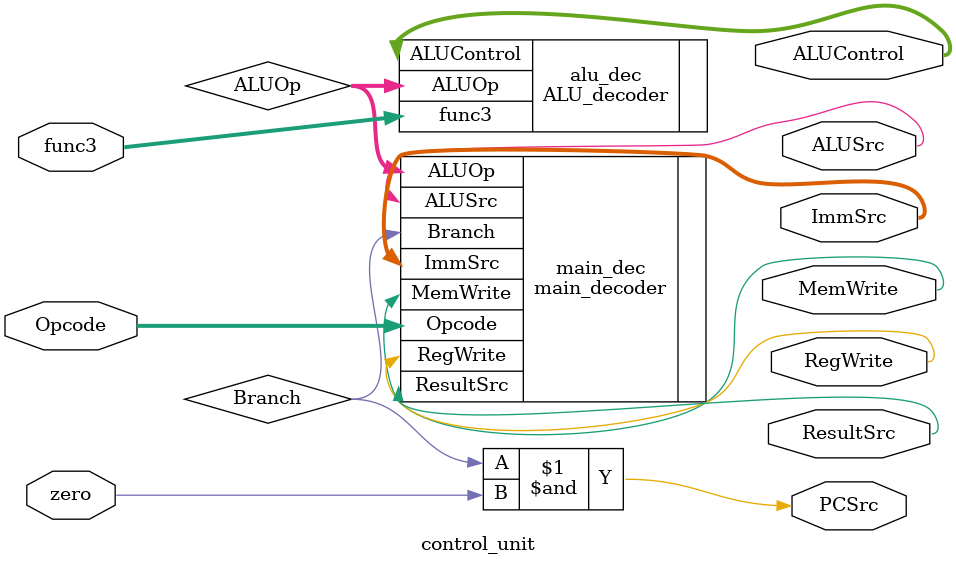
<source format=sv>

module control_unit(PCSrc, ResultSrc, MemWrite, ALUSrc, ImmSrc, RegWrite, ALUControl, zero, Opcode, func3);
	
	// Output signals of control unit:
	output logic PCSrc, ResultSrc, MemWrite, ALUSrc, RegWrite;
	output logic [1:0] ImmSrc;
	output logic [2:0] ALUControl;
	// Input signals of control unit:
	input logic zero;
	input logic [6:0] Opcode;
	input logic [2:0] func3;
	
	// Internal Branch signal:
	logic Branch;
	// Internal ALUop signal connecting main decoder and ALU decoder:
	logic [1:0] ALUOp;

// Instance of Main Decoder:
main_decoder main_dec(
	.Branch(Branch),
	.ResultSrc(ResultSrc),
	.MemWrite(MemWrite),
	.ALUSrc(ALUSrc),
	.ImmSrc(ImmSrc),
	.RegWrite(RegWrite),
	.ALUOp(ALUOp),
	.Opcode(Opcode)
	);

// Instance of ALU Decoder:
ALU_decoder alu_dec(
	.ALUOp(ALUOp),
	.ALUControl(ALUControl),
	.func3(func3)
	);

// PCSrc signal generation:
assign PCSrc = Branch & zero;

endmodule
</source>
